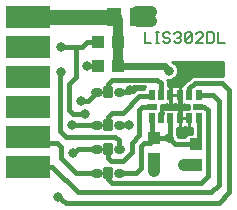
<source format=gtl>
G75*
%MOIN*%
%OFA0B0*%
%FSLAX25Y25*%
%IPPOS*%
%LPD*%
%AMOC8*
5,1,8,0,0,1.08239X$1,22.5*
%
%ADD10C,0.00600*%
%ADD11R,0.05118X0.06299*%
%ADD12R,0.04252X0.04134*%
%ADD13R,0.15000X0.07600*%
%ADD14R,0.02165X0.03346*%
%ADD15R,0.03346X0.02165*%
%ADD16R,0.03937X0.04331*%
%ADD17C,0.03150*%
%ADD18C,0.01575*%
%ADD19C,0.03175*%
%ADD20C,0.04000*%
%ADD21C,0.01600*%
%ADD22C,0.01000*%
%ADD23C,0.01200*%
%ADD24C,0.05000*%
%ADD25C,0.03200*%
%ADD26C,0.02400*%
D10*
X0059300Y0075402D02*
X0061569Y0075402D01*
X0062983Y0075402D02*
X0064117Y0075402D01*
X0063550Y0075402D02*
X0063550Y0078805D01*
X0062983Y0078805D02*
X0064117Y0078805D01*
X0065439Y0078238D02*
X0065439Y0077671D01*
X0066006Y0077103D01*
X0067140Y0077103D01*
X0067707Y0076536D01*
X0067707Y0075969D01*
X0067140Y0075402D01*
X0066006Y0075402D01*
X0065439Y0075969D01*
X0065439Y0078238D02*
X0066006Y0078805D01*
X0067140Y0078805D01*
X0067707Y0078238D01*
X0069122Y0078238D02*
X0069689Y0078805D01*
X0070823Y0078805D01*
X0071390Y0078238D01*
X0071390Y0077671D01*
X0070823Y0077103D01*
X0071390Y0076536D01*
X0071390Y0075969D01*
X0070823Y0075402D01*
X0069689Y0075402D01*
X0069122Y0075969D01*
X0070256Y0077103D02*
X0070823Y0077103D01*
X0072805Y0075969D02*
X0072805Y0078238D01*
X0073372Y0078805D01*
X0074506Y0078805D01*
X0075073Y0078238D01*
X0072805Y0075969D01*
X0073372Y0075402D01*
X0074506Y0075402D01*
X0075073Y0075969D01*
X0075073Y0078238D01*
X0076488Y0078238D02*
X0077055Y0078805D01*
X0078189Y0078805D01*
X0078757Y0078238D01*
X0078757Y0077671D01*
X0076488Y0075402D01*
X0078757Y0075402D01*
X0080171Y0075402D02*
X0081873Y0075402D01*
X0082440Y0075969D01*
X0082440Y0078238D01*
X0081873Y0078805D01*
X0080171Y0078805D01*
X0080171Y0075402D01*
X0083854Y0075402D02*
X0083854Y0078805D01*
X0083854Y0075402D02*
X0086123Y0075402D01*
X0059300Y0075402D02*
X0059300Y0078805D01*
D11*
X0056937Y0084102D03*
X0049063Y0084102D03*
D12*
X0062500Y0043547D03*
X0062500Y0036657D03*
X0076500Y0034657D03*
X0076500Y0041547D03*
D13*
X0020500Y0044102D03*
X0020500Y0034102D03*
X0020500Y0054102D03*
X0020500Y0064102D03*
X0020500Y0074102D03*
X0020500Y0084102D03*
D14*
X0061626Y0057941D03*
X0064776Y0057941D03*
X0067925Y0057941D03*
X0071075Y0057941D03*
X0074224Y0057941D03*
X0077374Y0057941D03*
X0077374Y0050263D03*
X0074224Y0050263D03*
X0071075Y0050263D03*
X0067925Y0050263D03*
X0064776Y0050263D03*
X0061626Y0050263D03*
D15*
X0061724Y0054102D03*
X0077276Y0054102D03*
D16*
X0050346Y0067602D03*
X0043654Y0067602D03*
X0043654Y0075602D03*
X0050346Y0075602D03*
D17*
X0050300Y0059102D02*
X0051086Y0059102D01*
X0043700Y0059102D02*
X0042914Y0059102D01*
X0042914Y0048102D02*
X0043700Y0048102D01*
X0050300Y0048102D02*
X0051086Y0048102D01*
X0051086Y0040102D02*
X0050300Y0040102D01*
X0043700Y0040102D02*
X0042914Y0040102D01*
X0042914Y0032102D02*
X0043700Y0032102D01*
X0050300Y0032102D02*
X0051086Y0032102D01*
D18*
X0046212Y0030921D02*
X0046212Y0033283D01*
X0047788Y0033283D01*
X0047788Y0030921D01*
X0046212Y0030921D01*
X0046212Y0032495D02*
X0047788Y0032495D01*
X0046212Y0038921D02*
X0046212Y0041283D01*
X0047788Y0041283D01*
X0047788Y0038921D01*
X0046212Y0038921D01*
X0046212Y0040495D02*
X0047788Y0040495D01*
X0046212Y0046921D02*
X0046212Y0049283D01*
X0047788Y0049283D01*
X0047788Y0046921D01*
X0046212Y0046921D01*
X0046212Y0048495D02*
X0047788Y0048495D01*
X0046212Y0057921D02*
X0046212Y0060283D01*
X0047788Y0060283D01*
X0047788Y0057921D01*
X0046212Y0057921D01*
X0046212Y0059495D02*
X0047788Y0059495D01*
D19*
X0030500Y0024102D03*
X0035500Y0038602D03*
X0035000Y0048102D03*
X0039500Y0051602D03*
X0038000Y0056102D03*
X0031500Y0065602D03*
X0031500Y0074102D03*
X0040000Y0067602D03*
X0054500Y0059602D03*
X0054000Y0048102D03*
X0067500Y0043602D03*
X0073000Y0046102D03*
X0072500Y0034602D03*
X0062500Y0032602D03*
X0073000Y0064102D03*
X0073000Y0067602D03*
X0067500Y0066102D03*
X0083000Y0066602D03*
X0061500Y0082602D03*
X0061500Y0085602D03*
D20*
X0056937Y0085602D01*
X0056937Y0084102D01*
X0057000Y0084602D02*
X0057000Y0082602D01*
X0061500Y0082602D01*
X0062500Y0036657D02*
X0062500Y0032602D01*
X0072500Y0034602D02*
X0076500Y0034657D01*
D21*
X0080500Y0031102D02*
X0080500Y0052878D01*
X0079276Y0054102D01*
X0077276Y0054102D01*
X0077374Y0050263D02*
X0077374Y0041921D01*
X0076500Y0041547D01*
X0069555Y0041547D01*
X0067500Y0043602D01*
X0067500Y0043047D01*
X0068000Y0043547D01*
X0067925Y0043622D01*
X0067925Y0050263D01*
X0064776Y0050263D02*
X0064776Y0051878D01*
X0065000Y0052102D01*
X0061724Y0054102D02*
X0058500Y0054102D01*
X0057500Y0053102D01*
X0057500Y0044602D01*
X0055000Y0042102D01*
X0055000Y0039102D01*
X0052000Y0036102D01*
X0048000Y0036102D01*
X0047000Y0037102D01*
X0047000Y0040102D01*
X0043307Y0040102D02*
X0037000Y0040102D01*
X0035500Y0038602D01*
X0031500Y0037102D02*
X0031500Y0040602D01*
X0030000Y0042102D01*
X0022500Y0042102D01*
X0020500Y0044102D01*
X0020500Y0034102D02*
X0028500Y0034102D01*
X0037000Y0025602D01*
X0081500Y0025602D01*
X0084000Y0028102D01*
X0084000Y0056102D01*
X0082161Y0057941D01*
X0077374Y0057941D01*
X0074224Y0057941D02*
X0074224Y0060326D01*
X0076000Y0062102D01*
X0085000Y0062102D01*
X0087500Y0059602D01*
X0087500Y0025602D01*
X0084000Y0022102D01*
X0033000Y0022102D01*
X0030500Y0024102D01*
X0036500Y0032102D02*
X0031500Y0037102D01*
X0036500Y0032102D02*
X0043307Y0032102D01*
X0047000Y0032102D02*
X0047000Y0030102D01*
X0048500Y0028602D01*
X0078000Y0028602D01*
X0080500Y0031102D01*
X0068000Y0043547D02*
X0062500Y0043547D01*
X0061055Y0042102D01*
X0059000Y0042102D01*
X0058000Y0041102D01*
X0058000Y0033602D01*
X0056500Y0032102D01*
X0050693Y0032102D01*
X0050693Y0040102D02*
X0050693Y0042909D01*
X0049500Y0044102D01*
X0033000Y0044102D01*
X0031000Y0046102D01*
X0031000Y0065102D01*
X0031500Y0065602D01*
X0034000Y0061602D02*
X0036500Y0064102D01*
X0036500Y0074102D01*
X0031500Y0074102D01*
X0036500Y0074102D02*
X0038500Y0074102D01*
X0040000Y0075602D01*
X0043654Y0075602D01*
X0043654Y0067602D02*
X0040000Y0067602D01*
X0043154Y0067102D02*
X0043654Y0067602D01*
X0048500Y0063102D02*
X0063500Y0063102D01*
X0064776Y0061826D01*
X0064776Y0057941D01*
X0061626Y0057941D02*
X0061287Y0057602D01*
X0057500Y0057602D01*
X0052000Y0052102D01*
X0048500Y0052102D01*
X0047000Y0050602D01*
X0047000Y0048102D01*
X0043307Y0048102D02*
X0035000Y0048102D01*
X0035500Y0051602D02*
X0034000Y0053102D01*
X0034000Y0061602D01*
X0038000Y0056102D02*
X0040307Y0056102D01*
X0043307Y0059102D01*
X0047000Y0059102D02*
X0047000Y0061602D01*
X0048500Y0063102D01*
X0050693Y0059102D02*
X0054000Y0059102D01*
X0054500Y0059602D01*
X0061626Y0050263D02*
X0061626Y0044421D01*
X0062500Y0043547D01*
X0054000Y0048102D02*
X0050693Y0048102D01*
X0039500Y0051602D02*
X0035500Y0051602D01*
X0071075Y0050263D02*
X0071075Y0057941D01*
D22*
X0071116Y0057982D02*
X0071033Y0057982D01*
X0071033Y0057899D01*
X0067967Y0057899D01*
X0067967Y0057982D01*
X0070508Y0057982D01*
X0071033Y0057982D01*
X0071033Y0061114D01*
X0069795Y0061114D01*
X0069500Y0061035D01*
X0069205Y0061114D01*
X0067967Y0061114D01*
X0067967Y0057982D01*
X0067884Y0057982D01*
X0067884Y0061114D01*
X0067076Y0061114D01*
X0067076Y0062779D01*
X0066808Y0063047D01*
X0066886Y0063015D01*
X0068114Y0063015D01*
X0069249Y0063485D01*
X0070117Y0064353D01*
X0070587Y0065488D01*
X0070587Y0066716D01*
X0070117Y0067851D01*
X0069249Y0068719D01*
X0068325Y0069102D01*
X0085500Y0069102D01*
X0085500Y0064402D01*
X0075047Y0064402D01*
X0073700Y0063055D01*
X0071924Y0061279D01*
X0071924Y0061114D01*
X0071116Y0061114D01*
X0071116Y0057982D01*
X0071116Y0058044D02*
X0071033Y0058044D01*
X0071033Y0057899D02*
X0071116Y0057899D01*
X0071116Y0054767D01*
X0072355Y0054767D01*
X0072485Y0054802D01*
X0072520Y0054767D01*
X0074102Y0054767D01*
X0074102Y0053437D01*
X0072944Y0053437D01*
X0072650Y0053358D01*
X0072355Y0053437D01*
X0071116Y0053437D01*
X0071116Y0050305D01*
X0071033Y0050305D01*
X0071033Y0053437D01*
X0069795Y0053437D01*
X0069664Y0053402D01*
X0069629Y0053437D01*
X0066221Y0053437D01*
X0066186Y0053402D01*
X0066056Y0053437D01*
X0064898Y0053437D01*
X0064898Y0054767D01*
X0066480Y0054767D01*
X0066515Y0054802D01*
X0066645Y0054767D01*
X0067884Y0054767D01*
X0067884Y0057899D01*
X0067967Y0057899D01*
X0067967Y0054767D01*
X0069205Y0054767D01*
X0069500Y0054846D01*
X0069795Y0054767D01*
X0071033Y0054767D01*
X0071033Y0057899D01*
X0071033Y0057045D02*
X0071116Y0057045D01*
X0071116Y0056047D02*
X0071033Y0056047D01*
X0071033Y0055048D02*
X0071116Y0055048D01*
X0071116Y0053051D02*
X0071033Y0053051D01*
X0071033Y0052053D02*
X0071116Y0052053D01*
X0071116Y0051054D02*
X0071033Y0051054D01*
X0071116Y0050305D02*
X0074183Y0050305D01*
X0074183Y0050222D01*
X0074266Y0050222D01*
X0074266Y0047090D01*
X0075074Y0047090D01*
X0075074Y0045114D01*
X0073753Y0045114D01*
X0072874Y0044235D01*
X0072874Y0043847D01*
X0070587Y0043847D01*
X0070587Y0044216D01*
X0070225Y0045091D01*
X0070225Y0047090D01*
X0071033Y0047090D01*
X0071033Y0050222D01*
X0071116Y0050222D01*
X0071116Y0047090D01*
X0072355Y0047090D01*
X0072650Y0047169D01*
X0072944Y0047090D01*
X0074183Y0047090D01*
X0074183Y0050222D01*
X0071642Y0050222D01*
X0071116Y0050222D01*
X0071116Y0050305D01*
X0071116Y0050056D02*
X0071033Y0050056D01*
X0071033Y0049057D02*
X0071116Y0049057D01*
X0071116Y0048059D02*
X0071033Y0048059D01*
X0070225Y0047060D02*
X0075074Y0047060D01*
X0075074Y0046062D02*
X0070225Y0046062D01*
X0070236Y0045063D02*
X0073702Y0045063D01*
X0072874Y0044065D02*
X0070587Y0044065D01*
X0074183Y0048059D02*
X0074266Y0048059D01*
X0074266Y0049057D02*
X0074183Y0049057D01*
X0074183Y0050056D02*
X0074266Y0050056D01*
X0074102Y0054050D02*
X0064898Y0054050D01*
X0064817Y0052317D02*
X0064817Y0050305D01*
X0064734Y0050305D01*
X0064734Y0052235D01*
X0064817Y0052317D01*
X0064817Y0052053D02*
X0064734Y0052053D01*
X0064734Y0051054D02*
X0064817Y0051054D01*
X0067884Y0055048D02*
X0067967Y0055048D01*
X0067967Y0056047D02*
X0067884Y0056047D01*
X0067884Y0057045D02*
X0067967Y0057045D01*
X0067967Y0058044D02*
X0067884Y0058044D01*
X0067884Y0059042D02*
X0067967Y0059042D01*
X0067967Y0060041D02*
X0067884Y0060041D01*
X0067884Y0061039D02*
X0067967Y0061039D01*
X0067076Y0062038D02*
X0072683Y0062038D01*
X0073682Y0063037D02*
X0068167Y0063037D01*
X0066833Y0063037D02*
X0066818Y0063037D01*
X0069799Y0064035D02*
X0074680Y0064035D01*
X0071116Y0061039D02*
X0071033Y0061039D01*
X0071033Y0060041D02*
X0071116Y0060041D01*
X0071116Y0059042D02*
X0071033Y0059042D01*
X0069517Y0061039D02*
X0069483Y0061039D01*
X0070399Y0065034D02*
X0085500Y0065034D01*
X0085500Y0066032D02*
X0070587Y0066032D01*
X0070457Y0067031D02*
X0085500Y0067031D01*
X0085500Y0068029D02*
X0069939Y0068029D01*
X0068505Y0069028D02*
X0085500Y0069028D01*
X0059610Y0060802D02*
X0059043Y0060235D01*
X0059043Y0059902D01*
X0056547Y0059902D01*
X0055500Y0058855D01*
X0055500Y0060802D01*
X0059610Y0060802D01*
X0059043Y0060041D02*
X0055500Y0060041D01*
X0055500Y0059042D02*
X0055688Y0059042D01*
D23*
X0065000Y0053602D02*
X0065000Y0052102D01*
X0065000Y0053602D02*
X0065500Y0054102D01*
D24*
X0049063Y0084102D02*
X0020500Y0084102D01*
D25*
X0049063Y0084102D02*
X0050346Y0082819D01*
X0050346Y0075602D01*
X0050346Y0067602D01*
D26*
X0066000Y0067602D01*
X0067500Y0066102D01*
M02*

</source>
